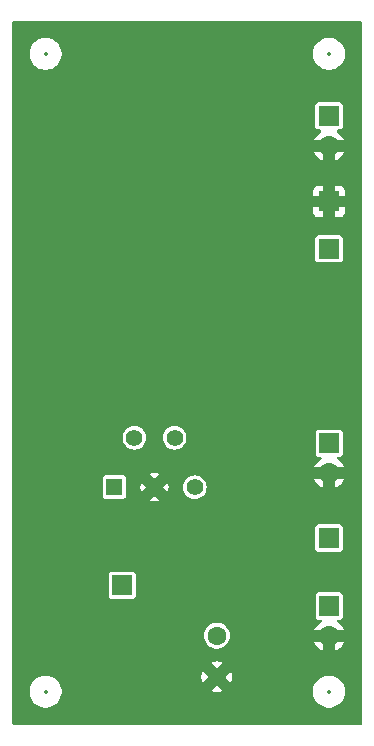
<source format=gbl>
%TF.GenerationSoftware,KiCad,Pcbnew,8.0.2*%
%TF.CreationDate,2024-06-04T16:14:46-04:00*%
%TF.ProjectId,Power Supply,506f7765-7220-4537-9570-706c792e6b69,rev?*%
%TF.SameCoordinates,Original*%
%TF.FileFunction,Copper,L2,Bot*%
%TF.FilePolarity,Positive*%
%FSLAX46Y46*%
G04 Gerber Fmt 4.6, Leading zero omitted, Abs format (unit mm)*
G04 Created by KiCad (PCBNEW 8.0.2) date 2024-06-04 16:14:46*
%MOMM*%
%LPD*%
G01*
G04 APERTURE LIST*
%TA.AperFunction,ComponentPad*%
%ADD10C,1.600000*%
%TD*%
%TA.AperFunction,ComponentPad*%
%ADD11R,1.700000X1.700000*%
%TD*%
%TA.AperFunction,ComponentPad*%
%ADD12O,1.700000X1.700000*%
%TD*%
%TA.AperFunction,ComponentPad*%
%ADD13C,1.397000*%
%TD*%
%TA.AperFunction,ComponentPad*%
%ADD14R,1.397000X1.397000*%
%TD*%
%TA.AperFunction,ViaPad*%
%ADD15C,0.600000*%
%TD*%
%ADD16C,0.300000*%
%ADD17C,0.350000*%
G04 APERTURE END LIST*
D10*
%TO.P,C1,2*%
%TO.N,GND*%
X156500000Y-114250000D03*
%TO.P,C1,1*%
%TO.N,VCC*%
X156500000Y-110750000D03*
%TD*%
D11*
%TO.P,Div,1,Pin_1*%
%TO.N,/Div_1*%
X166000000Y-102500000D03*
%TD*%
D12*
%TO.P,5V,2,Pin_2*%
%TO.N,GND*%
X166025000Y-97000000D03*
D11*
%TO.P,5V,1,Pin_1*%
%TO.N,+5V*%
X166025000Y-94460000D03*
%TD*%
D12*
%TO.P,J3,2,Pin_2*%
%TO.N,GND*%
X166025000Y-110790000D03*
D11*
%TO.P,J3,1,Pin_1*%
%TO.N,VCC*%
X166025000Y-108250000D03*
%TD*%
%TO.P,Div,1,Pin_1*%
%TO.N,/Div_2*%
X166000000Y-78000000D03*
%TD*%
D12*
%TO.P,3.3V,2,Pin_2*%
%TO.N,GND*%
X166000000Y-69290000D03*
D11*
%TO.P,3.3V,1,Pin_1*%
%TO.N,+3.3V*%
X166000000Y-66750000D03*
%TD*%
D13*
%TO.P,U1,5,SENSE/ADJ*%
%TO.N,/Div_1*%
X154630400Y-98191000D03*
%TO.P,U1,4,OUT*%
%TO.N,+5V*%
X152928600Y-94000000D03*
%TO.P,U1,3,GND*%
%TO.N,GND*%
X151226800Y-98191000D03*
%TO.P,U1,2,IN*%
%TO.N,+6V*%
X149525000Y-94000000D03*
D14*
%TO.P,U1,1,\u002ASHDN*%
X147823200Y-98191000D03*
%TD*%
D11*
%TO.P,+6,1,Pin_1*%
%TO.N,+6V*%
X148500000Y-106500000D03*
%TD*%
%TO.P,GND,1,Pin_1*%
%TO.N,GND*%
X166000000Y-74000000D03*
%TD*%
D15*
%TO.N,GND*%
X163500000Y-113000000D03*
X168000000Y-93500000D03*
X168000000Y-92000000D03*
X140000000Y-91000000D03*
X140000000Y-97000000D03*
X140000000Y-95000000D03*
X166500000Y-113000000D03*
X155000000Y-113000000D03*
X159500000Y-111500000D03*
X160500000Y-111500000D03*
X161500000Y-111500000D03*
X166000000Y-117500000D03*
X164000000Y-115500000D03*
X168000000Y-115500000D03*
X165500000Y-113500000D03*
X164500000Y-111000000D03*
X168000000Y-101000000D03*
X168000000Y-102000000D03*
X168000000Y-103000000D03*
X168000000Y-104000000D03*
X168000000Y-107500000D03*
X168000000Y-108500000D03*
X168000000Y-109500000D03*
X168000000Y-110500000D03*
X168000000Y-111500000D03*
X168000000Y-113000000D03*
X152000000Y-106500000D03*
X150500000Y-108000000D03*
X140000000Y-71500000D03*
X140000000Y-72500000D03*
X140000000Y-74000000D03*
X140000000Y-75500000D03*
X140000000Y-77000000D03*
X140000000Y-78500000D03*
X140000000Y-80000000D03*
X140000000Y-81500000D03*
X140000000Y-83000000D03*
X140000000Y-84500000D03*
X140000000Y-86000000D03*
X140000000Y-87500000D03*
X140000000Y-89000000D03*
X152000000Y-97000000D03*
X156000000Y-97000000D03*
X154500000Y-96500000D03*
X153000000Y-98500000D03*
X153000000Y-99500000D03*
X150000000Y-100000000D03*
X150000000Y-96500000D03*
X151000000Y-96000000D03*
X151500000Y-95000000D03*
X153000000Y-97000000D03*
X157000000Y-79500000D03*
X155500000Y-78000000D03*
X151000000Y-70500000D03*
X150000000Y-70500000D03*
X151000000Y-68000000D03*
X150000000Y-68000000D03*
X159000000Y-64000000D03*
X157500000Y-64000000D03*
X156000000Y-64000000D03*
X154500000Y-64000000D03*
X152500000Y-64500000D03*
X144500000Y-67000000D03*
X143000000Y-68500000D03*
X141500000Y-70000000D03*
X149000000Y-74000000D03*
X149000000Y-72500000D03*
X154000000Y-72000000D03*
X158500000Y-76000000D03*
X160000000Y-79000000D03*
X161500000Y-79000000D03*
X163000000Y-79000000D03*
X162500000Y-113000000D03*
X164400000Y-112400000D03*
X159900000Y-76400000D03*
X164400000Y-74900000D03*
X147900000Y-59900000D03*
X164400000Y-80900000D03*
X143400000Y-67400000D03*
X164400000Y-71900000D03*
X149400000Y-113900000D03*
X162900000Y-116900000D03*
X152400000Y-115400000D03*
X164400000Y-73400000D03*
X149400000Y-115400000D03*
X162900000Y-89900000D03*
X159900000Y-62900000D03*
X149400000Y-74900000D03*
X164400000Y-83900000D03*
X155400000Y-80900000D03*
X164400000Y-76400000D03*
X164400000Y-70400000D03*
X161400000Y-62900000D03*
X162900000Y-103400000D03*
X161400000Y-71900000D03*
X162900000Y-97400000D03*
X149400000Y-73400000D03*
X150900000Y-79400000D03*
X162900000Y-88400000D03*
X147900000Y-79400000D03*
X162900000Y-113900000D03*
X156900000Y-83900000D03*
X150900000Y-104900000D03*
X162900000Y-104900000D03*
X140400000Y-112400000D03*
X149400000Y-83900000D03*
X164400000Y-62900000D03*
X162900000Y-95900000D03*
X162900000Y-115400000D03*
X153900000Y-79400000D03*
X164400000Y-68900000D03*
X164400000Y-59900000D03*
X149400000Y-85400000D03*
X146400000Y-80900000D03*
X152400000Y-80900000D03*
X161400000Y-86900000D03*
X150900000Y-82400000D03*
X152400000Y-83900000D03*
X156900000Y-95900000D03*
X162900000Y-73400000D03*
X152400000Y-85400000D03*
X152400000Y-86900000D03*
X149400000Y-76400000D03*
X165900000Y-100400000D03*
X149400000Y-86900000D03*
X165900000Y-85400000D03*
X147900000Y-83900000D03*
X150900000Y-61400000D03*
X147900000Y-112400000D03*
X147900000Y-113900000D03*
X152400000Y-95900000D03*
X152400000Y-100400000D03*
X162900000Y-59900000D03*
X152400000Y-101900000D03*
X150900000Y-113900000D03*
X146400000Y-115400000D03*
X150900000Y-59900000D03*
X143400000Y-92900000D03*
X152400000Y-104900000D03*
X152400000Y-112400000D03*
X147900000Y-85400000D03*
X149400000Y-80900000D03*
X156900000Y-98900000D03*
X149400000Y-82400000D03*
X147900000Y-82400000D03*
X161400000Y-112400000D03*
X140400000Y-104900000D03*
X149400000Y-112400000D03*
X150900000Y-85400000D03*
X162900000Y-83900000D03*
X162900000Y-76400000D03*
X150900000Y-101900000D03*
X152400000Y-59900000D03*
X152400000Y-61400000D03*
X150900000Y-80900000D03*
X152400000Y-103400000D03*
X149400000Y-61400000D03*
X149400000Y-71900000D03*
X165900000Y-83900000D03*
X147900000Y-80900000D03*
X156900000Y-62900000D03*
X152400000Y-82400000D03*
X150900000Y-116900000D03*
X147900000Y-86900000D03*
X147900000Y-116900000D03*
X149400000Y-77900000D03*
X149400000Y-79400000D03*
X140400000Y-100400000D03*
X149400000Y-116900000D03*
X150900000Y-77900000D03*
X150900000Y-83900000D03*
X150900000Y-86900000D03*
X144900000Y-115400000D03*
X150900000Y-103400000D03*
X161400000Y-85400000D03*
X150900000Y-106400000D03*
X153900000Y-103400000D03*
X150900000Y-112400000D03*
X158400000Y-86900000D03*
X152400000Y-76400000D03*
X152400000Y-77900000D03*
X149400000Y-59900000D03*
X150900000Y-100400000D03*
X162900000Y-68900000D03*
X146400000Y-77900000D03*
X152400000Y-62900000D03*
X159900000Y-116900000D03*
X150900000Y-115400000D03*
X152400000Y-79400000D03*
X147900000Y-115400000D03*
X150900000Y-76400000D03*
X152400000Y-113900000D03*
X153900000Y-62900000D03*
X153900000Y-61400000D03*
X152400000Y-116900000D03*
X153900000Y-59900000D03*
X146400000Y-79400000D03*
X153900000Y-83900000D03*
X143400000Y-116900000D03*
X153900000Y-77900000D03*
X156900000Y-86900000D03*
X153900000Y-80900000D03*
X159900000Y-59900000D03*
X153900000Y-82400000D03*
X159900000Y-104900000D03*
X167400000Y-104900000D03*
X159900000Y-112400000D03*
X155400000Y-88400000D03*
X164400000Y-95900000D03*
X153900000Y-85400000D03*
X161400000Y-80900000D03*
X140400000Y-92900000D03*
X161400000Y-82400000D03*
X159900000Y-89900000D03*
X164400000Y-85400000D03*
X140400000Y-103400000D03*
X161400000Y-61400000D03*
X155400000Y-83900000D03*
X161400000Y-83900000D03*
X146400000Y-116900000D03*
X161400000Y-88400000D03*
X161400000Y-113900000D03*
X144900000Y-116900000D03*
X161400000Y-115400000D03*
X162900000Y-61400000D03*
X167400000Y-62900000D03*
X162900000Y-62900000D03*
X155400000Y-101900000D03*
X161400000Y-104900000D03*
X147900000Y-77900000D03*
X159900000Y-83900000D03*
X159900000Y-98900000D03*
X161400000Y-59900000D03*
X158400000Y-62900000D03*
X161400000Y-89900000D03*
X167400000Y-113900000D03*
X161400000Y-76400000D03*
X159900000Y-115400000D03*
X159900000Y-101900000D03*
X161400000Y-73400000D03*
X161400000Y-103400000D03*
X144900000Y-61400000D03*
X159900000Y-103400000D03*
X165900000Y-82400000D03*
X161400000Y-74900000D03*
X161400000Y-116900000D03*
X165900000Y-89900000D03*
X159900000Y-113900000D03*
X164400000Y-103400000D03*
X162900000Y-85400000D03*
X162900000Y-70400000D03*
X167400000Y-82400000D03*
X140400000Y-62900000D03*
X162900000Y-86900000D03*
X162900000Y-74900000D03*
X162900000Y-82400000D03*
X164400000Y-86900000D03*
X162900000Y-80900000D03*
X146400000Y-59900000D03*
X162900000Y-71900000D03*
X165900000Y-80900000D03*
X164400000Y-113900000D03*
X167400000Y-59900000D03*
X153900000Y-116900000D03*
X164400000Y-88400000D03*
X165900000Y-88400000D03*
X164400000Y-104900000D03*
X141900000Y-98900000D03*
X164400000Y-100400000D03*
X164400000Y-116900000D03*
X158400000Y-104900000D03*
X167400000Y-83900000D03*
X144900000Y-59900000D03*
X165900000Y-104900000D03*
X164400000Y-82400000D03*
X167400000Y-112400000D03*
X167400000Y-86900000D03*
X164400000Y-97400000D03*
X146400000Y-82400000D03*
X164400000Y-89900000D03*
X165900000Y-71900000D03*
X165900000Y-112400000D03*
X167400000Y-88400000D03*
X159900000Y-80900000D03*
X167400000Y-116900000D03*
X167400000Y-100400000D03*
X165900000Y-76400000D03*
X165900000Y-86900000D03*
X167400000Y-89900000D03*
X167400000Y-85400000D03*
X167400000Y-80900000D03*
X167400000Y-106400000D03*
X141900000Y-104900000D03*
X153900000Y-100400000D03*
X144900000Y-92900000D03*
X146400000Y-64400000D03*
X144900000Y-62900000D03*
X140400000Y-110900000D03*
X140400000Y-67400000D03*
X140400000Y-59900000D03*
X159900000Y-86900000D03*
X141900000Y-64400000D03*
X141900000Y-107900000D03*
X153900000Y-113900000D03*
X140400000Y-70400000D03*
X140400000Y-106400000D03*
X140400000Y-109400000D03*
X140400000Y-65900000D03*
X156900000Y-103400000D03*
X143400000Y-59900000D03*
X158400000Y-83900000D03*
X143400000Y-65900000D03*
X143400000Y-98900000D03*
X156900000Y-88400000D03*
X141900000Y-100400000D03*
X141900000Y-92900000D03*
X146400000Y-61400000D03*
X146400000Y-83900000D03*
X140400000Y-64400000D03*
X156900000Y-82400000D03*
X153900000Y-86900000D03*
X140400000Y-98900000D03*
X141900000Y-68900000D03*
X141900000Y-103400000D03*
X156900000Y-59900000D03*
X140400000Y-68900000D03*
X158400000Y-61400000D03*
X140400000Y-107900000D03*
X140400000Y-113900000D03*
X143400000Y-64400000D03*
X141900000Y-65900000D03*
X156900000Y-104900000D03*
X144900000Y-64400000D03*
X141900000Y-67400000D03*
X141900000Y-101900000D03*
X140400000Y-116900000D03*
X141900000Y-106400000D03*
X143400000Y-113900000D03*
X146400000Y-62900000D03*
X144900000Y-113900000D03*
X146400000Y-65900000D03*
X140400000Y-101900000D03*
X144900000Y-65900000D03*
X143400000Y-62900000D03*
X146400000Y-85400000D03*
X146400000Y-112400000D03*
X146400000Y-113900000D03*
X146400000Y-86900000D03*
X153900000Y-101900000D03*
X146400000Y-92900000D03*
X147900000Y-61400000D03*
X155400000Y-86900000D03*
X158400000Y-85400000D03*
X155400000Y-59900000D03*
X158400000Y-89900000D03*
X158400000Y-103400000D03*
X153900000Y-115400000D03*
X155400000Y-116900000D03*
X156900000Y-61400000D03*
X156900000Y-80900000D03*
X156900000Y-85400000D03*
X153900000Y-95900000D03*
X155400000Y-61400000D03*
X158400000Y-59900000D03*
X158400000Y-80900000D03*
X158400000Y-82400000D03*
X158400000Y-112400000D03*
X155400000Y-85400000D03*
X156900000Y-89900000D03*
X158400000Y-113900000D03*
X158400000Y-115400000D03*
X158400000Y-116900000D03*
X153900000Y-112400000D03*
X155400000Y-79400000D03*
X156900000Y-97400000D03*
X155400000Y-95900000D03*
X156900000Y-116900000D03*
X155400000Y-103400000D03*
X158400000Y-88400000D03*
X153900000Y-104900000D03*
X155400000Y-82400000D03*
X156900000Y-101900000D03*
X158400000Y-74900000D03*
X155400000Y-62900000D03*
X155400000Y-104900000D03*
X159900000Y-85400000D03*
X159900000Y-82400000D03*
X159900000Y-88400000D03*
X159900000Y-61400000D03*
X159900000Y-74900000D03*
%TD*%
%TA.AperFunction,Conductor*%
%TO.N,GND*%
G36*
X168742539Y-58720185D02*
G01*
X168788294Y-58772989D01*
X168799500Y-58824500D01*
X168799500Y-118175500D01*
X168779815Y-118242539D01*
X168727011Y-118288294D01*
X168675500Y-118299500D01*
X139324500Y-118299500D01*
X139257461Y-118279815D01*
X139211706Y-118227011D01*
X139200500Y-118175500D01*
X139200500Y-115393399D01*
X140645500Y-115393399D01*
X140645500Y-115606600D01*
X140678853Y-115817180D01*
X140678853Y-115817183D01*
X140744734Y-116019944D01*
X140744736Y-116019947D01*
X140841528Y-116209913D01*
X140966846Y-116382397D01*
X141117603Y-116533154D01*
X141290087Y-116658472D01*
X141480053Y-116755264D01*
X141480055Y-116755265D01*
X141669182Y-116816715D01*
X141682821Y-116821147D01*
X141893399Y-116854500D01*
X141893400Y-116854500D01*
X142106600Y-116854500D01*
X142106601Y-116854500D01*
X142317179Y-116821147D01*
X142317182Y-116821146D01*
X142317183Y-116821146D01*
X142519944Y-116755265D01*
X142519944Y-116755264D01*
X142519947Y-116755264D01*
X142709913Y-116658472D01*
X142882397Y-116533154D01*
X143033154Y-116382397D01*
X143158472Y-116209913D01*
X143255264Y-116019947D01*
X143321147Y-115817179D01*
X143354500Y-115606601D01*
X143354500Y-115453103D01*
X156004002Y-115453103D01*
X156053673Y-115476265D01*
X156053682Y-115476269D01*
X156273389Y-115535139D01*
X156273400Y-115535141D01*
X156499998Y-115554966D01*
X156500002Y-115554966D01*
X156726599Y-115535141D01*
X156726606Y-115535140D01*
X156946328Y-115476265D01*
X156995997Y-115453103D01*
X156936293Y-115393399D01*
X164645500Y-115393399D01*
X164645500Y-115606600D01*
X164678853Y-115817180D01*
X164678853Y-115817183D01*
X164744734Y-116019944D01*
X164744736Y-116019947D01*
X164841528Y-116209913D01*
X164966846Y-116382397D01*
X165117603Y-116533154D01*
X165290087Y-116658472D01*
X165480053Y-116755264D01*
X165480055Y-116755265D01*
X165669182Y-116816715D01*
X165682821Y-116821147D01*
X165893399Y-116854500D01*
X165893400Y-116854500D01*
X166106600Y-116854500D01*
X166106601Y-116854500D01*
X166317179Y-116821147D01*
X166317182Y-116821146D01*
X166317183Y-116821146D01*
X166519944Y-116755265D01*
X166519944Y-116755264D01*
X166519947Y-116755264D01*
X166709913Y-116658472D01*
X166882397Y-116533154D01*
X167033154Y-116382397D01*
X167158472Y-116209913D01*
X167255264Y-116019947D01*
X167321147Y-115817179D01*
X167354500Y-115606601D01*
X167354500Y-115393399D01*
X167321147Y-115182821D01*
X167321146Y-115182817D01*
X167321146Y-115182816D01*
X167255265Y-114980055D01*
X167255263Y-114980052D01*
X167158471Y-114790086D01*
X167126438Y-114745997D01*
X167033154Y-114617603D01*
X166882397Y-114466846D01*
X166709913Y-114341528D01*
X166519947Y-114244736D01*
X166519944Y-114244734D01*
X166317181Y-114178853D01*
X166176793Y-114156617D01*
X166106601Y-114145500D01*
X165893399Y-114145500D01*
X165823206Y-114156617D01*
X165682819Y-114178853D01*
X165682816Y-114178853D01*
X165480055Y-114244734D01*
X165480052Y-114244736D01*
X165290086Y-114341528D01*
X165117601Y-114466847D01*
X164966847Y-114617601D01*
X164841528Y-114790086D01*
X164744736Y-114980052D01*
X164744734Y-114980055D01*
X164678853Y-115182816D01*
X164678853Y-115182819D01*
X164645500Y-115393399D01*
X156936293Y-115393399D01*
X156500001Y-114957107D01*
X156500000Y-114957107D01*
X156004002Y-115453103D01*
X143354500Y-115453103D01*
X143354500Y-115393399D01*
X143321147Y-115182821D01*
X143321146Y-115182817D01*
X143321146Y-115182816D01*
X143255265Y-114980055D01*
X143255263Y-114980052D01*
X143158471Y-114790086D01*
X143126438Y-114745997D01*
X143033154Y-114617603D01*
X142882397Y-114466846D01*
X142709913Y-114341528D01*
X142530272Y-114249997D01*
X155195034Y-114249997D01*
X155195034Y-114250002D01*
X155214858Y-114476599D01*
X155214860Y-114476610D01*
X155273731Y-114696320D01*
X155296895Y-114745996D01*
X155792893Y-114250000D01*
X155792893Y-114249999D01*
X155740233Y-114197339D01*
X156100000Y-114197339D01*
X156100000Y-114302661D01*
X156127259Y-114404394D01*
X156179920Y-114495606D01*
X156254394Y-114570080D01*
X156345606Y-114622741D01*
X156447339Y-114650000D01*
X156552661Y-114650000D01*
X156654394Y-114622741D01*
X156745606Y-114570080D01*
X156820080Y-114495606D01*
X156872741Y-114404394D01*
X156900000Y-114302661D01*
X156900000Y-114249999D01*
X157207107Y-114249999D01*
X157207107Y-114250001D01*
X157703103Y-114745997D01*
X157726265Y-114696328D01*
X157785140Y-114476606D01*
X157785141Y-114476599D01*
X157804966Y-114250002D01*
X157804966Y-114249997D01*
X157785141Y-114023400D01*
X157785139Y-114023389D01*
X157726269Y-113803682D01*
X157726265Y-113803673D01*
X157703103Y-113754002D01*
X157207107Y-114249999D01*
X156900000Y-114249999D01*
X156900000Y-114197339D01*
X156872741Y-114095606D01*
X156820080Y-114004394D01*
X156745606Y-113929920D01*
X156654394Y-113877259D01*
X156552661Y-113850000D01*
X156447339Y-113850000D01*
X156345606Y-113877259D01*
X156254394Y-113929920D01*
X156179920Y-114004394D01*
X156127259Y-114095606D01*
X156100000Y-114197339D01*
X155740233Y-114197339D01*
X155296895Y-113754002D01*
X155273731Y-113803677D01*
X155214860Y-114023389D01*
X155214858Y-114023400D01*
X155195034Y-114249997D01*
X142530272Y-114249997D01*
X142519947Y-114244736D01*
X142519944Y-114244734D01*
X142317181Y-114178853D01*
X142176793Y-114156617D01*
X142106601Y-114145500D01*
X141893399Y-114145500D01*
X141823206Y-114156617D01*
X141682819Y-114178853D01*
X141682816Y-114178853D01*
X141480055Y-114244734D01*
X141480052Y-114244736D01*
X141290086Y-114341528D01*
X141117601Y-114466847D01*
X140966847Y-114617601D01*
X140841528Y-114790086D01*
X140744736Y-114980052D01*
X140744734Y-114980055D01*
X140678853Y-115182816D01*
X140678853Y-115182819D01*
X140645500Y-115393399D01*
X139200500Y-115393399D01*
X139200500Y-113046895D01*
X156004002Y-113046895D01*
X156500000Y-113542893D01*
X156500001Y-113542893D01*
X156995996Y-113046895D01*
X156946320Y-113023731D01*
X156726610Y-112964860D01*
X156726599Y-112964858D01*
X156500002Y-112945034D01*
X156499998Y-112945034D01*
X156273400Y-112964858D01*
X156273389Y-112964860D01*
X156053677Y-113023731D01*
X156004002Y-113046895D01*
X139200500Y-113046895D01*
X139200500Y-110749999D01*
X155394785Y-110749999D01*
X155394785Y-110750000D01*
X155413602Y-110953082D01*
X155469417Y-111149247D01*
X155469422Y-111149260D01*
X155560327Y-111331821D01*
X155683237Y-111494581D01*
X155833958Y-111631980D01*
X155833960Y-111631982D01*
X155933141Y-111693392D01*
X156007363Y-111739348D01*
X156197544Y-111813024D01*
X156398024Y-111850500D01*
X156398026Y-111850500D01*
X156601974Y-111850500D01*
X156601976Y-111850500D01*
X156802456Y-111813024D01*
X156992637Y-111739348D01*
X157166041Y-111631981D01*
X157316764Y-111494579D01*
X157439673Y-111331821D01*
X157460497Y-111290000D01*
X164768593Y-111290000D01*
X164851398Y-111467576D01*
X164986894Y-111661082D01*
X165153917Y-111828105D01*
X165347422Y-111963600D01*
X165347424Y-111963601D01*
X165524999Y-112046405D01*
X165525000Y-112046405D01*
X166525000Y-112046405D01*
X166702575Y-111963601D01*
X166702577Y-111963600D01*
X166896082Y-111828105D01*
X167063105Y-111661082D01*
X167198601Y-111467576D01*
X167281406Y-111290000D01*
X166525000Y-111290000D01*
X166525000Y-112046405D01*
X165525000Y-112046405D01*
X165525000Y-111290000D01*
X164768593Y-111290000D01*
X157460497Y-111290000D01*
X157530582Y-111149250D01*
X157586397Y-110953083D01*
X157605215Y-110750000D01*
X157586397Y-110546917D01*
X157530582Y-110350750D01*
X157500332Y-110289999D01*
X164768594Y-110289999D01*
X164768594Y-110290000D01*
X165959174Y-110290000D01*
X165832007Y-110324075D01*
X165717993Y-110389901D01*
X165624901Y-110482993D01*
X165559075Y-110597007D01*
X165525000Y-110724174D01*
X165525000Y-110855826D01*
X165559075Y-110982993D01*
X165624901Y-111097007D01*
X165717993Y-111190099D01*
X165832007Y-111255925D01*
X165959174Y-111290000D01*
X166090826Y-111290000D01*
X166217993Y-111255925D01*
X166332007Y-111190099D01*
X166425099Y-111097007D01*
X166490925Y-110982993D01*
X166525000Y-110855826D01*
X166525000Y-110724174D01*
X166490925Y-110597007D01*
X166425099Y-110482993D01*
X166332007Y-110389901D01*
X166217993Y-110324075D01*
X166090826Y-110290000D01*
X167281406Y-110290000D01*
X167281405Y-110289999D01*
X167198599Y-110112421D01*
X167198597Y-110112417D01*
X167063113Y-109918926D01*
X167063108Y-109918920D01*
X166896082Y-109751894D01*
X166716394Y-109626074D01*
X166672769Y-109571496D01*
X166665577Y-109501998D01*
X166697099Y-109439643D01*
X166757329Y-109404230D01*
X166787517Y-109400499D01*
X166919864Y-109400499D01*
X166919879Y-109400497D01*
X166919882Y-109400497D01*
X166944987Y-109397586D01*
X166944988Y-109397585D01*
X166944991Y-109397585D01*
X167047765Y-109352206D01*
X167127206Y-109272765D01*
X167172585Y-109169991D01*
X167175500Y-109144865D01*
X167175499Y-107355136D01*
X167175497Y-107355117D01*
X167172586Y-107330012D01*
X167172585Y-107330010D01*
X167172585Y-107330009D01*
X167127206Y-107227235D01*
X167047765Y-107147794D01*
X167047763Y-107147793D01*
X166944992Y-107102415D01*
X166919865Y-107099500D01*
X165130143Y-107099500D01*
X165130117Y-107099502D01*
X165105012Y-107102413D01*
X165105008Y-107102415D01*
X165002235Y-107147793D01*
X164922794Y-107227234D01*
X164877415Y-107330006D01*
X164877415Y-107330008D01*
X164874500Y-107355131D01*
X164874500Y-109144856D01*
X164874502Y-109144882D01*
X164877413Y-109169987D01*
X164877415Y-109169991D01*
X164922793Y-109272764D01*
X164922794Y-109272765D01*
X165002235Y-109352206D01*
X165105009Y-109397585D01*
X165130135Y-109400500D01*
X165262483Y-109400499D01*
X165329520Y-109420183D01*
X165375275Y-109472987D01*
X165385219Y-109542145D01*
X165356195Y-109605701D01*
X165333605Y-109626074D01*
X165153922Y-109751890D01*
X165153920Y-109751891D01*
X164986891Y-109918920D01*
X164986886Y-109918926D01*
X164851402Y-110112417D01*
X164851400Y-110112421D01*
X164768594Y-110289999D01*
X157500332Y-110289999D01*
X157439673Y-110168179D01*
X157316764Y-110005421D01*
X157316762Y-110005418D01*
X157166041Y-109868019D01*
X157166039Y-109868017D01*
X156992642Y-109760655D01*
X156992635Y-109760651D01*
X156897546Y-109723814D01*
X156802456Y-109686976D01*
X156601976Y-109649500D01*
X156398024Y-109649500D01*
X156197544Y-109686976D01*
X156197541Y-109686976D01*
X156197541Y-109686977D01*
X156007364Y-109760651D01*
X156007357Y-109760655D01*
X155833960Y-109868017D01*
X155833958Y-109868019D01*
X155683237Y-110005418D01*
X155560327Y-110168178D01*
X155469422Y-110350739D01*
X155469417Y-110350752D01*
X155413602Y-110546917D01*
X155394785Y-110749999D01*
X139200500Y-110749999D01*
X139200500Y-105605131D01*
X147349500Y-105605131D01*
X147349500Y-107394856D01*
X147349502Y-107394882D01*
X147352413Y-107419987D01*
X147352415Y-107419991D01*
X147397793Y-107522764D01*
X147397794Y-107522765D01*
X147477235Y-107602206D01*
X147580009Y-107647585D01*
X147605135Y-107650500D01*
X149394864Y-107650499D01*
X149394879Y-107650497D01*
X149394882Y-107650497D01*
X149419987Y-107647586D01*
X149419988Y-107647585D01*
X149419991Y-107647585D01*
X149522765Y-107602206D01*
X149602206Y-107522765D01*
X149647585Y-107419991D01*
X149650500Y-107394865D01*
X149650499Y-105605136D01*
X149650497Y-105605117D01*
X149647586Y-105580012D01*
X149647585Y-105580010D01*
X149647585Y-105580009D01*
X149602206Y-105477235D01*
X149522765Y-105397794D01*
X149522763Y-105397793D01*
X149419992Y-105352415D01*
X149394865Y-105349500D01*
X147605143Y-105349500D01*
X147605117Y-105349502D01*
X147580012Y-105352413D01*
X147580008Y-105352415D01*
X147477235Y-105397793D01*
X147397794Y-105477234D01*
X147352415Y-105580006D01*
X147352415Y-105580008D01*
X147349500Y-105605131D01*
X139200500Y-105605131D01*
X139200500Y-101605131D01*
X164849500Y-101605131D01*
X164849500Y-103394856D01*
X164849502Y-103394882D01*
X164852413Y-103419987D01*
X164852415Y-103419991D01*
X164897793Y-103522764D01*
X164897794Y-103522765D01*
X164977235Y-103602206D01*
X165080009Y-103647585D01*
X165105135Y-103650500D01*
X166894864Y-103650499D01*
X166894879Y-103650497D01*
X166894882Y-103650497D01*
X166919987Y-103647586D01*
X166919988Y-103647585D01*
X166919991Y-103647585D01*
X167022765Y-103602206D01*
X167102206Y-103522765D01*
X167147585Y-103419991D01*
X167150500Y-103394865D01*
X167150499Y-101605136D01*
X167150497Y-101605117D01*
X167147586Y-101580012D01*
X167147585Y-101580010D01*
X167147585Y-101580009D01*
X167102206Y-101477235D01*
X167022765Y-101397794D01*
X167022763Y-101397793D01*
X166919992Y-101352415D01*
X166894865Y-101349500D01*
X165105143Y-101349500D01*
X165105117Y-101349502D01*
X165080012Y-101352413D01*
X165080008Y-101352415D01*
X164977235Y-101397793D01*
X164897794Y-101477234D01*
X164852415Y-101580006D01*
X164852415Y-101580008D01*
X164849500Y-101605131D01*
X139200500Y-101605131D01*
X139200500Y-99314845D01*
X150810058Y-99314845D01*
X150897412Y-99348685D01*
X151115745Y-99389500D01*
X151337855Y-99389500D01*
X151556188Y-99348685D01*
X151556189Y-99348685D01*
X151643540Y-99314845D01*
X151223331Y-98894636D01*
X151210150Y-98903443D01*
X151207115Y-98913781D01*
X151190481Y-98934423D01*
X150810058Y-99314845D01*
X139200500Y-99314845D01*
X139200500Y-97447631D01*
X146824200Y-97447631D01*
X146824200Y-98934356D01*
X146824202Y-98934382D01*
X146827113Y-98959487D01*
X146827115Y-98959491D01*
X146872493Y-99062264D01*
X146872494Y-99062265D01*
X146951935Y-99141706D01*
X147054709Y-99187085D01*
X147079835Y-99190000D01*
X148566564Y-99189999D01*
X148566579Y-99189997D01*
X148566582Y-99189997D01*
X148591687Y-99187086D01*
X148591688Y-99187085D01*
X148591691Y-99187085D01*
X148694465Y-99141706D01*
X148773906Y-99062265D01*
X148819285Y-98959491D01*
X148822200Y-98934365D01*
X148822199Y-98190999D01*
X150023166Y-98190999D01*
X150023166Y-98191000D01*
X150043659Y-98412166D01*
X150043660Y-98412169D01*
X150100113Y-98610580D01*
X150519692Y-98191000D01*
X150519693Y-98190999D01*
X150464518Y-98135824D01*
X150807700Y-98135824D01*
X150807700Y-98246176D01*
X150836261Y-98352766D01*
X150891437Y-98448333D01*
X150969467Y-98526363D01*
X151065034Y-98581539D01*
X151171624Y-98610100D01*
X151281976Y-98610100D01*
X151388566Y-98581539D01*
X151484133Y-98526363D01*
X151562163Y-98448333D01*
X151617339Y-98352766D01*
X151645900Y-98246176D01*
X151645900Y-98187531D01*
X151930436Y-98187531D01*
X152353485Y-98610580D01*
X152353486Y-98610580D01*
X152409939Y-98412168D01*
X152409940Y-98412166D01*
X152430434Y-98191000D01*
X153626566Y-98191000D01*
X153645853Y-98386836D01*
X153653538Y-98412169D01*
X153702978Y-98575151D01*
X153795743Y-98748700D01*
X153795745Y-98748702D01*
X153920581Y-98900818D01*
X153961458Y-98934364D01*
X154072700Y-99025657D01*
X154246249Y-99118422D01*
X154434562Y-99175546D01*
X154630400Y-99194834D01*
X154826238Y-99175546D01*
X155014551Y-99118422D01*
X155188100Y-99025657D01*
X155340218Y-98900818D01*
X155465057Y-98748700D01*
X155557822Y-98575151D01*
X155614946Y-98386838D01*
X155634234Y-98191000D01*
X155614946Y-97995162D01*
X155557822Y-97806849D01*
X155465057Y-97633300D01*
X155415622Y-97573063D01*
X155355662Y-97500000D01*
X164768593Y-97500000D01*
X164851398Y-97677576D01*
X164986894Y-97871082D01*
X165153917Y-98038105D01*
X165347422Y-98173600D01*
X165347424Y-98173601D01*
X165524999Y-98256405D01*
X165525000Y-98256405D01*
X166525000Y-98256405D01*
X166702575Y-98173601D01*
X166702577Y-98173600D01*
X166896082Y-98038105D01*
X167063105Y-97871082D01*
X167198601Y-97677576D01*
X167281406Y-97500000D01*
X166525000Y-97500000D01*
X166525000Y-98256405D01*
X165525000Y-98256405D01*
X165525000Y-97500000D01*
X164768593Y-97500000D01*
X155355662Y-97500000D01*
X155340218Y-97481181D01*
X155188102Y-97356345D01*
X155188103Y-97356345D01*
X155188100Y-97356343D01*
X155014551Y-97263578D01*
X154920394Y-97235016D01*
X154826236Y-97206453D01*
X154630400Y-97187166D01*
X154434563Y-97206453D01*
X154246246Y-97263579D01*
X154165000Y-97307007D01*
X154072700Y-97356343D01*
X154072698Y-97356344D01*
X154072697Y-97356345D01*
X153920581Y-97481181D01*
X153795745Y-97633297D01*
X153702979Y-97806846D01*
X153645853Y-97995163D01*
X153626566Y-98191000D01*
X152430434Y-98191000D01*
X152430434Y-98190999D01*
X152409940Y-97969833D01*
X152409939Y-97969831D01*
X152353486Y-97771418D01*
X152353485Y-97771418D01*
X151970224Y-98154681D01*
X151942139Y-98170016D01*
X151930436Y-98187531D01*
X151645900Y-98187531D01*
X151645900Y-98135824D01*
X151617339Y-98029234D01*
X151562163Y-97933667D01*
X151484133Y-97855637D01*
X151388566Y-97800461D01*
X151281976Y-97771900D01*
X151171624Y-97771900D01*
X151065034Y-97800461D01*
X150969467Y-97855637D01*
X150891437Y-97933667D01*
X150836261Y-98029234D01*
X150807700Y-98135824D01*
X150464518Y-98135824D01*
X150100113Y-97771419D01*
X150043659Y-97969837D01*
X150023166Y-98190999D01*
X148822199Y-98190999D01*
X148822199Y-97447636D01*
X148822197Y-97447617D01*
X148819286Y-97422512D01*
X148819285Y-97422510D01*
X148819285Y-97422509D01*
X148773906Y-97319735D01*
X148694465Y-97240294D01*
X148694463Y-97240293D01*
X148591692Y-97194915D01*
X148566565Y-97192000D01*
X147079843Y-97192000D01*
X147079817Y-97192002D01*
X147054712Y-97194913D01*
X147054708Y-97194915D01*
X146951935Y-97240293D01*
X146872494Y-97319734D01*
X146827115Y-97422506D01*
X146827115Y-97422508D01*
X146824200Y-97447631D01*
X139200500Y-97447631D01*
X139200500Y-97067152D01*
X150810059Y-97067152D01*
X150810059Y-97067153D01*
X151226799Y-97483893D01*
X151226800Y-97483893D01*
X151226800Y-97483892D01*
X151643540Y-97067152D01*
X151556194Y-97033315D01*
X151337855Y-96992500D01*
X151115745Y-96992500D01*
X150897408Y-97033314D01*
X150897405Y-97033315D01*
X150810059Y-97067152D01*
X139200500Y-97067152D01*
X139200500Y-96499999D01*
X164768594Y-96499999D01*
X164768594Y-96500000D01*
X165959174Y-96500000D01*
X165832007Y-96534075D01*
X165717993Y-96599901D01*
X165624901Y-96692993D01*
X165559075Y-96807007D01*
X165525000Y-96934174D01*
X165525000Y-97065826D01*
X165559075Y-97192993D01*
X165624901Y-97307007D01*
X165717993Y-97400099D01*
X165832007Y-97465925D01*
X165959174Y-97500000D01*
X166090826Y-97500000D01*
X166217993Y-97465925D01*
X166332007Y-97400099D01*
X166425099Y-97307007D01*
X166490925Y-97192993D01*
X166525000Y-97065826D01*
X166525000Y-96934174D01*
X166490925Y-96807007D01*
X166425099Y-96692993D01*
X166332007Y-96599901D01*
X166217993Y-96534075D01*
X166090826Y-96500000D01*
X167281406Y-96500000D01*
X167281405Y-96499999D01*
X167198599Y-96322421D01*
X167198597Y-96322417D01*
X167063113Y-96128926D01*
X167063108Y-96128920D01*
X166896082Y-95961894D01*
X166716394Y-95836074D01*
X166672769Y-95781496D01*
X166665577Y-95711998D01*
X166697099Y-95649643D01*
X166757329Y-95614230D01*
X166787517Y-95610499D01*
X166919864Y-95610499D01*
X166919879Y-95610497D01*
X166919882Y-95610497D01*
X166944987Y-95607586D01*
X166944988Y-95607585D01*
X166944991Y-95607585D01*
X167047765Y-95562206D01*
X167127206Y-95482765D01*
X167172585Y-95379991D01*
X167175500Y-95354865D01*
X167175499Y-93565136D01*
X167175497Y-93565117D01*
X167172586Y-93540012D01*
X167172585Y-93540010D01*
X167172585Y-93540009D01*
X167127206Y-93437235D01*
X167047765Y-93357794D01*
X167047763Y-93357793D01*
X166944992Y-93312415D01*
X166919865Y-93309500D01*
X165130143Y-93309500D01*
X165130117Y-93309502D01*
X165105012Y-93312413D01*
X165105008Y-93312415D01*
X165002235Y-93357793D01*
X164922794Y-93437234D01*
X164877415Y-93540006D01*
X164877415Y-93540008D01*
X164874500Y-93565131D01*
X164874500Y-95354856D01*
X164874502Y-95354882D01*
X164877413Y-95379987D01*
X164877415Y-95379991D01*
X164922793Y-95482764D01*
X164922794Y-95482765D01*
X165002235Y-95562206D01*
X165105009Y-95607585D01*
X165130135Y-95610500D01*
X165262483Y-95610499D01*
X165329520Y-95630183D01*
X165375275Y-95682987D01*
X165385219Y-95752145D01*
X165356195Y-95815701D01*
X165333605Y-95836074D01*
X165153922Y-95961890D01*
X165153920Y-95961891D01*
X164986891Y-96128920D01*
X164986886Y-96128926D01*
X164851402Y-96322417D01*
X164851400Y-96322421D01*
X164768594Y-96499999D01*
X139200500Y-96499999D01*
X139200500Y-94000000D01*
X148521166Y-94000000D01*
X148540453Y-94195836D01*
X148540454Y-94195838D01*
X148597578Y-94384151D01*
X148690343Y-94557700D01*
X148690345Y-94557702D01*
X148815181Y-94709818D01*
X148907063Y-94785222D01*
X148967300Y-94834657D01*
X149140849Y-94927422D01*
X149329162Y-94984546D01*
X149525000Y-95003834D01*
X149720838Y-94984546D01*
X149909151Y-94927422D01*
X150082700Y-94834657D01*
X150234818Y-94709818D01*
X150359657Y-94557700D01*
X150452422Y-94384151D01*
X150509546Y-94195838D01*
X150528834Y-94000000D01*
X151924766Y-94000000D01*
X151944053Y-94195836D01*
X151944054Y-94195838D01*
X152001178Y-94384151D01*
X152093943Y-94557700D01*
X152093945Y-94557702D01*
X152218781Y-94709818D01*
X152310663Y-94785222D01*
X152370900Y-94834657D01*
X152544449Y-94927422D01*
X152732762Y-94984546D01*
X152928600Y-95003834D01*
X153124438Y-94984546D01*
X153312751Y-94927422D01*
X153486300Y-94834657D01*
X153638418Y-94709818D01*
X153763257Y-94557700D01*
X153856022Y-94384151D01*
X153913146Y-94195838D01*
X153932434Y-94000000D01*
X153913146Y-93804162D01*
X153856022Y-93615849D01*
X153763257Y-93442300D01*
X153693905Y-93357794D01*
X153638418Y-93290181D01*
X153486302Y-93165345D01*
X153486303Y-93165345D01*
X153486300Y-93165343D01*
X153312751Y-93072578D01*
X153218594Y-93044016D01*
X153124436Y-93015453D01*
X152928600Y-92996166D01*
X152732763Y-93015453D01*
X152544446Y-93072579D01*
X152439700Y-93128568D01*
X152370900Y-93165343D01*
X152370898Y-93165344D01*
X152370897Y-93165345D01*
X152218781Y-93290181D01*
X152093945Y-93442297D01*
X152001179Y-93615846D01*
X151944053Y-93804163D01*
X151924766Y-94000000D01*
X150528834Y-94000000D01*
X150509546Y-93804162D01*
X150452422Y-93615849D01*
X150359657Y-93442300D01*
X150290305Y-93357794D01*
X150234818Y-93290181D01*
X150082702Y-93165345D01*
X150082703Y-93165345D01*
X150082700Y-93165343D01*
X149909151Y-93072578D01*
X149814994Y-93044016D01*
X149720836Y-93015453D01*
X149525000Y-92996166D01*
X149329163Y-93015453D01*
X149140846Y-93072579D01*
X149036100Y-93128568D01*
X148967300Y-93165343D01*
X148967298Y-93165344D01*
X148967297Y-93165345D01*
X148815181Y-93290181D01*
X148690345Y-93442297D01*
X148597579Y-93615846D01*
X148540453Y-93804163D01*
X148521166Y-94000000D01*
X139200500Y-94000000D01*
X139200500Y-77105131D01*
X164849500Y-77105131D01*
X164849500Y-78894856D01*
X164849502Y-78894882D01*
X164852413Y-78919987D01*
X164852415Y-78919991D01*
X164897793Y-79022764D01*
X164897794Y-79022765D01*
X164977235Y-79102206D01*
X165080009Y-79147585D01*
X165105135Y-79150500D01*
X166894864Y-79150499D01*
X166894879Y-79150497D01*
X166894882Y-79150497D01*
X166919987Y-79147586D01*
X166919988Y-79147585D01*
X166919991Y-79147585D01*
X167022765Y-79102206D01*
X167102206Y-79022765D01*
X167147585Y-78919991D01*
X167150500Y-78894865D01*
X167150499Y-77105136D01*
X167150497Y-77105117D01*
X167147586Y-77080012D01*
X167147585Y-77080010D01*
X167147585Y-77080009D01*
X167102206Y-76977235D01*
X167022765Y-76897794D01*
X167022763Y-76897793D01*
X166919992Y-76852415D01*
X166894865Y-76849500D01*
X165105143Y-76849500D01*
X165105117Y-76849502D01*
X165080012Y-76852413D01*
X165080008Y-76852415D01*
X164977235Y-76897793D01*
X164897794Y-76977234D01*
X164852415Y-77080006D01*
X164852415Y-77080008D01*
X164849500Y-77105131D01*
X139200500Y-77105131D01*
X139200500Y-74897844D01*
X164650000Y-74897844D01*
X164656401Y-74957372D01*
X164656403Y-74957379D01*
X164706645Y-75092086D01*
X164706649Y-75092093D01*
X164792809Y-75207187D01*
X164792812Y-75207190D01*
X164907906Y-75293350D01*
X164907913Y-75293354D01*
X165042620Y-75343596D01*
X165042627Y-75343598D01*
X165102155Y-75349999D01*
X165102172Y-75350000D01*
X165500000Y-75350000D01*
X166500000Y-75350000D01*
X166897828Y-75350000D01*
X166897844Y-75349999D01*
X166957372Y-75343598D01*
X166957379Y-75343596D01*
X167092086Y-75293354D01*
X167092093Y-75293350D01*
X167207187Y-75207190D01*
X167207190Y-75207187D01*
X167293350Y-75092093D01*
X167293354Y-75092086D01*
X167343596Y-74957379D01*
X167343598Y-74957372D01*
X167349999Y-74897844D01*
X167350000Y-74897827D01*
X167350000Y-74500000D01*
X166500000Y-74500000D01*
X166500000Y-75350000D01*
X165500000Y-75350000D01*
X165500000Y-74500000D01*
X164650000Y-74500000D01*
X164650000Y-74897844D01*
X139200500Y-74897844D01*
X139200500Y-73934174D01*
X165500000Y-73934174D01*
X165500000Y-74065826D01*
X165534075Y-74192993D01*
X165599901Y-74307007D01*
X165692993Y-74400099D01*
X165807007Y-74465925D01*
X165934174Y-74500000D01*
X166065826Y-74500000D01*
X166192993Y-74465925D01*
X166307007Y-74400099D01*
X166400099Y-74307007D01*
X166465925Y-74192993D01*
X166500000Y-74065826D01*
X166500000Y-73934174D01*
X166465925Y-73807007D01*
X166400099Y-73692993D01*
X166307007Y-73599901D01*
X166192993Y-73534075D01*
X166065826Y-73500000D01*
X166500000Y-73500000D01*
X167350000Y-73500000D01*
X167350000Y-73102172D01*
X167349999Y-73102155D01*
X167343598Y-73042627D01*
X167343596Y-73042620D01*
X167293354Y-72907913D01*
X167293350Y-72907906D01*
X167207190Y-72792812D01*
X167207187Y-72792809D01*
X167092093Y-72706649D01*
X167092086Y-72706645D01*
X166957379Y-72656403D01*
X166957372Y-72656401D01*
X166897844Y-72650000D01*
X166500000Y-72650000D01*
X166500000Y-73500000D01*
X166065826Y-73500000D01*
X165934174Y-73500000D01*
X165807007Y-73534075D01*
X165692993Y-73599901D01*
X165599901Y-73692993D01*
X165534075Y-73807007D01*
X165500000Y-73934174D01*
X139200500Y-73934174D01*
X139200500Y-73102155D01*
X164650000Y-73102155D01*
X164650000Y-73500000D01*
X165500000Y-73500000D01*
X165500000Y-72650000D01*
X165102155Y-72650000D01*
X165042627Y-72656401D01*
X165042620Y-72656403D01*
X164907913Y-72706645D01*
X164907906Y-72706649D01*
X164792812Y-72792809D01*
X164792809Y-72792812D01*
X164706649Y-72907906D01*
X164706645Y-72907913D01*
X164656403Y-73042620D01*
X164656401Y-73042627D01*
X164650000Y-73102155D01*
X139200500Y-73102155D01*
X139200500Y-69790000D01*
X164743593Y-69790000D01*
X164826398Y-69967576D01*
X164961894Y-70161082D01*
X165128917Y-70328105D01*
X165322422Y-70463600D01*
X165322424Y-70463601D01*
X165499999Y-70546405D01*
X165500000Y-70546405D01*
X166500000Y-70546405D01*
X166677575Y-70463601D01*
X166677577Y-70463600D01*
X166871082Y-70328105D01*
X167038105Y-70161082D01*
X167173601Y-69967576D01*
X167256406Y-69790000D01*
X166500000Y-69790000D01*
X166500000Y-70546405D01*
X165500000Y-70546405D01*
X165500000Y-69790000D01*
X164743593Y-69790000D01*
X139200500Y-69790000D01*
X139200500Y-68789999D01*
X164743594Y-68789999D01*
X164743594Y-68790000D01*
X165934174Y-68790000D01*
X165807007Y-68824075D01*
X165692993Y-68889901D01*
X165599901Y-68982993D01*
X165534075Y-69097007D01*
X165500000Y-69224174D01*
X165500000Y-69355826D01*
X165534075Y-69482993D01*
X165599901Y-69597007D01*
X165692993Y-69690099D01*
X165807007Y-69755925D01*
X165934174Y-69790000D01*
X166065826Y-69790000D01*
X166192993Y-69755925D01*
X166307007Y-69690099D01*
X166400099Y-69597007D01*
X166465925Y-69482993D01*
X166500000Y-69355826D01*
X166500000Y-69224174D01*
X166465925Y-69097007D01*
X166400099Y-68982993D01*
X166307007Y-68889901D01*
X166192993Y-68824075D01*
X166065826Y-68790000D01*
X167256406Y-68790000D01*
X167256405Y-68789999D01*
X167173599Y-68612421D01*
X167173597Y-68612417D01*
X167038113Y-68418926D01*
X167038108Y-68418920D01*
X166871082Y-68251894D01*
X166691394Y-68126074D01*
X166647769Y-68071496D01*
X166640577Y-68001998D01*
X166672099Y-67939643D01*
X166732329Y-67904230D01*
X166762517Y-67900499D01*
X166894864Y-67900499D01*
X166894879Y-67900497D01*
X166894882Y-67900497D01*
X166919987Y-67897586D01*
X166919988Y-67897585D01*
X166919991Y-67897585D01*
X167022765Y-67852206D01*
X167102206Y-67772765D01*
X167147585Y-67669991D01*
X167150500Y-67644865D01*
X167150499Y-65855136D01*
X167150497Y-65855117D01*
X167147586Y-65830012D01*
X167147585Y-65830010D01*
X167147585Y-65830009D01*
X167102206Y-65727235D01*
X167022765Y-65647794D01*
X167022763Y-65647793D01*
X166919992Y-65602415D01*
X166894865Y-65599500D01*
X165105143Y-65599500D01*
X165105117Y-65599502D01*
X165080012Y-65602413D01*
X165080008Y-65602415D01*
X164977235Y-65647793D01*
X164897794Y-65727234D01*
X164852415Y-65830006D01*
X164852415Y-65830008D01*
X164849500Y-65855131D01*
X164849500Y-67644856D01*
X164849502Y-67644882D01*
X164852413Y-67669987D01*
X164852415Y-67669991D01*
X164897793Y-67772764D01*
X164897794Y-67772765D01*
X164977235Y-67852206D01*
X165080009Y-67897585D01*
X165105135Y-67900500D01*
X165237483Y-67900499D01*
X165304520Y-67920183D01*
X165350275Y-67972987D01*
X165360219Y-68042145D01*
X165331195Y-68105701D01*
X165308605Y-68126074D01*
X165128922Y-68251890D01*
X165128920Y-68251891D01*
X164961891Y-68418920D01*
X164961886Y-68418926D01*
X164826402Y-68612417D01*
X164826400Y-68612421D01*
X164743594Y-68789999D01*
X139200500Y-68789999D01*
X139200500Y-61393399D01*
X140645500Y-61393399D01*
X140645500Y-61606600D01*
X140678853Y-61817180D01*
X140678853Y-61817183D01*
X140744734Y-62019944D01*
X140744736Y-62019947D01*
X140841528Y-62209913D01*
X140966846Y-62382397D01*
X141117603Y-62533154D01*
X141290087Y-62658472D01*
X141480053Y-62755264D01*
X141480055Y-62755265D01*
X141669182Y-62816715D01*
X141682821Y-62821147D01*
X141893399Y-62854500D01*
X141893400Y-62854500D01*
X142106600Y-62854500D01*
X142106601Y-62854500D01*
X142317179Y-62821147D01*
X142317182Y-62821146D01*
X142317183Y-62821146D01*
X142519944Y-62755265D01*
X142519944Y-62755264D01*
X142519947Y-62755264D01*
X142709913Y-62658472D01*
X142882397Y-62533154D01*
X143033154Y-62382397D01*
X143158472Y-62209913D01*
X143255264Y-62019947D01*
X143321147Y-61817179D01*
X143354500Y-61606601D01*
X143354500Y-61393399D01*
X164645500Y-61393399D01*
X164645500Y-61606600D01*
X164678853Y-61817180D01*
X164678853Y-61817183D01*
X164744734Y-62019944D01*
X164744736Y-62019947D01*
X164841528Y-62209913D01*
X164966846Y-62382397D01*
X165117603Y-62533154D01*
X165290087Y-62658472D01*
X165480053Y-62755264D01*
X165480055Y-62755265D01*
X165669182Y-62816715D01*
X165682821Y-62821147D01*
X165893399Y-62854500D01*
X165893400Y-62854500D01*
X166106600Y-62854500D01*
X166106601Y-62854500D01*
X166317179Y-62821147D01*
X166317182Y-62821146D01*
X166317183Y-62821146D01*
X166519944Y-62755265D01*
X166519944Y-62755264D01*
X166519947Y-62755264D01*
X166709913Y-62658472D01*
X166882397Y-62533154D01*
X167033154Y-62382397D01*
X167158472Y-62209913D01*
X167255264Y-62019947D01*
X167321147Y-61817179D01*
X167354500Y-61606601D01*
X167354500Y-61393399D01*
X167321147Y-61182821D01*
X167321146Y-61182817D01*
X167321146Y-61182816D01*
X167255265Y-60980055D01*
X167255263Y-60980052D01*
X167158471Y-60790086D01*
X167033154Y-60617603D01*
X166882397Y-60466846D01*
X166709913Y-60341528D01*
X166519947Y-60244736D01*
X166519944Y-60244734D01*
X166317181Y-60178853D01*
X166176793Y-60156617D01*
X166106601Y-60145500D01*
X165893399Y-60145500D01*
X165823206Y-60156617D01*
X165682819Y-60178853D01*
X165682816Y-60178853D01*
X165480055Y-60244734D01*
X165480052Y-60244736D01*
X165290086Y-60341528D01*
X165117601Y-60466847D01*
X164966847Y-60617601D01*
X164841528Y-60790086D01*
X164744736Y-60980052D01*
X164744734Y-60980055D01*
X164678853Y-61182816D01*
X164678853Y-61182819D01*
X164645500Y-61393399D01*
X143354500Y-61393399D01*
X143321147Y-61182821D01*
X143321146Y-61182817D01*
X143321146Y-61182816D01*
X143255265Y-60980055D01*
X143255263Y-60980052D01*
X143158471Y-60790086D01*
X143033154Y-60617603D01*
X142882397Y-60466846D01*
X142709913Y-60341528D01*
X142519947Y-60244736D01*
X142519944Y-60244734D01*
X142317181Y-60178853D01*
X142176793Y-60156617D01*
X142106601Y-60145500D01*
X141893399Y-60145500D01*
X141823206Y-60156617D01*
X141682819Y-60178853D01*
X141682816Y-60178853D01*
X141480055Y-60244734D01*
X141480052Y-60244736D01*
X141290086Y-60341528D01*
X141117601Y-60466847D01*
X140966847Y-60617601D01*
X140841528Y-60790086D01*
X140744736Y-60980052D01*
X140744734Y-60980055D01*
X140678853Y-61182816D01*
X140678853Y-61182819D01*
X140645500Y-61393399D01*
X139200500Y-61393399D01*
X139200500Y-58824500D01*
X139220185Y-58757461D01*
X139272989Y-58711706D01*
X139324500Y-58700500D01*
X168675500Y-58700500D01*
X168742539Y-58720185D01*
G37*
%TD.AperFunction*%
%TD*%
D16*
X163500000Y-113000000D03*
X168000000Y-93500000D03*
X168000000Y-92000000D03*
X140000000Y-91000000D03*
X140000000Y-97000000D03*
X140000000Y-95000000D03*
X166500000Y-113000000D03*
X155000000Y-113000000D03*
X159500000Y-111500000D03*
X160500000Y-111500000D03*
X161500000Y-111500000D03*
X166000000Y-117500000D03*
X164000000Y-115500000D03*
X168000000Y-115500000D03*
X165500000Y-113500000D03*
X164500000Y-111000000D03*
X168000000Y-101000000D03*
X168000000Y-102000000D03*
X168000000Y-103000000D03*
X168000000Y-104000000D03*
X168000000Y-107500000D03*
X168000000Y-108500000D03*
X168000000Y-109500000D03*
X168000000Y-110500000D03*
X168000000Y-111500000D03*
X168000000Y-113000000D03*
X152000000Y-106500000D03*
X150500000Y-108000000D03*
X140000000Y-71500000D03*
X140000000Y-72500000D03*
X140000000Y-74000000D03*
X140000000Y-75500000D03*
X140000000Y-77000000D03*
X140000000Y-78500000D03*
X140000000Y-80000000D03*
X140000000Y-81500000D03*
X140000000Y-83000000D03*
X140000000Y-84500000D03*
X140000000Y-86000000D03*
X140000000Y-87500000D03*
X140000000Y-89000000D03*
X152000000Y-97000000D03*
X156000000Y-97000000D03*
X154500000Y-96500000D03*
X153000000Y-98500000D03*
X153000000Y-99500000D03*
X150000000Y-100000000D03*
X150000000Y-96500000D03*
X151000000Y-96000000D03*
X151500000Y-95000000D03*
X153000000Y-97000000D03*
X157000000Y-79500000D03*
X155500000Y-78000000D03*
X151000000Y-70500000D03*
X150000000Y-70500000D03*
X151000000Y-68000000D03*
X150000000Y-68000000D03*
X159000000Y-64000000D03*
X157500000Y-64000000D03*
X156000000Y-64000000D03*
X154500000Y-64000000D03*
X152500000Y-64500000D03*
X144500000Y-67000000D03*
X143000000Y-68500000D03*
X141500000Y-70000000D03*
X149000000Y-74000000D03*
X149000000Y-72500000D03*
X154000000Y-72000000D03*
X158500000Y-76000000D03*
X160000000Y-79000000D03*
X161500000Y-79000000D03*
X163000000Y-79000000D03*
X162500000Y-113000000D03*
X164400000Y-112400000D03*
X159900000Y-76400000D03*
X164400000Y-74900000D03*
X147900000Y-59900000D03*
X164400000Y-80900000D03*
X143400000Y-67400000D03*
X164400000Y-71900000D03*
X149400000Y-113900000D03*
X162900000Y-116900000D03*
X152400000Y-115400000D03*
X164400000Y-73400000D03*
X149400000Y-115400000D03*
X162900000Y-89900000D03*
X159900000Y-62900000D03*
X149400000Y-74900000D03*
X164400000Y-83900000D03*
X155400000Y-80900000D03*
X164400000Y-76400000D03*
X164400000Y-70400000D03*
X161400000Y-62900000D03*
X162900000Y-103400000D03*
X161400000Y-71900000D03*
X162900000Y-97400000D03*
X149400000Y-73400000D03*
X150900000Y-79400000D03*
X162900000Y-88400000D03*
X147900000Y-79400000D03*
X162900000Y-113900000D03*
X156900000Y-83900000D03*
X150900000Y-104900000D03*
X162900000Y-104900000D03*
X140400000Y-112400000D03*
X149400000Y-83900000D03*
X164400000Y-62900000D03*
X162900000Y-95900000D03*
X162900000Y-115400000D03*
X153900000Y-79400000D03*
X164400000Y-68900000D03*
X164400000Y-59900000D03*
X149400000Y-85400000D03*
X146400000Y-80900000D03*
X152400000Y-80900000D03*
X161400000Y-86900000D03*
X150900000Y-82400000D03*
X152400000Y-83900000D03*
X156900000Y-95900000D03*
X162900000Y-73400000D03*
X152400000Y-85400000D03*
X152400000Y-86900000D03*
X149400000Y-76400000D03*
X165900000Y-100400000D03*
X149400000Y-86900000D03*
X165900000Y-85400000D03*
X147900000Y-83900000D03*
X150900000Y-61400000D03*
X147900000Y-112400000D03*
X147900000Y-113900000D03*
X152400000Y-95900000D03*
X152400000Y-100400000D03*
X162900000Y-59900000D03*
X152400000Y-101900000D03*
X150900000Y-113900000D03*
X146400000Y-115400000D03*
X150900000Y-59900000D03*
X143400000Y-92900000D03*
X152400000Y-104900000D03*
X152400000Y-112400000D03*
X147900000Y-85400000D03*
X149400000Y-80900000D03*
X156900000Y-98900000D03*
X149400000Y-82400000D03*
X147900000Y-82400000D03*
X161400000Y-112400000D03*
X140400000Y-104900000D03*
X149400000Y-112400000D03*
X150900000Y-85400000D03*
X162900000Y-83900000D03*
X162900000Y-76400000D03*
X150900000Y-101900000D03*
X152400000Y-59900000D03*
X152400000Y-61400000D03*
X150900000Y-80900000D03*
X152400000Y-103400000D03*
X149400000Y-61400000D03*
X149400000Y-71900000D03*
X165900000Y-83900000D03*
X147900000Y-80900000D03*
X156900000Y-62900000D03*
X152400000Y-82400000D03*
X150900000Y-116900000D03*
X147900000Y-86900000D03*
X147900000Y-116900000D03*
X149400000Y-77900000D03*
X149400000Y-79400000D03*
X140400000Y-100400000D03*
X149400000Y-116900000D03*
X150900000Y-77900000D03*
X150900000Y-83900000D03*
X150900000Y-86900000D03*
X144900000Y-115400000D03*
X150900000Y-103400000D03*
X161400000Y-85400000D03*
X150900000Y-106400000D03*
X153900000Y-103400000D03*
X150900000Y-112400000D03*
X158400000Y-86900000D03*
X152400000Y-76400000D03*
X152400000Y-77900000D03*
X149400000Y-59900000D03*
X150900000Y-100400000D03*
X162900000Y-68900000D03*
X146400000Y-77900000D03*
X152400000Y-62900000D03*
X159900000Y-116900000D03*
X150900000Y-115400000D03*
X152400000Y-79400000D03*
X147900000Y-115400000D03*
X150900000Y-76400000D03*
X152400000Y-113900000D03*
X153900000Y-62900000D03*
X153900000Y-61400000D03*
X152400000Y-116900000D03*
X153900000Y-59900000D03*
X146400000Y-79400000D03*
X153900000Y-83900000D03*
X143400000Y-116900000D03*
X153900000Y-77900000D03*
X156900000Y-86900000D03*
X153900000Y-80900000D03*
X159900000Y-59900000D03*
X153900000Y-82400000D03*
X159900000Y-104900000D03*
X167400000Y-104900000D03*
X159900000Y-112400000D03*
X155400000Y-88400000D03*
X164400000Y-95900000D03*
X153900000Y-85400000D03*
X161400000Y-80900000D03*
X140400000Y-92900000D03*
X161400000Y-82400000D03*
X159900000Y-89900000D03*
X164400000Y-85400000D03*
X140400000Y-103400000D03*
X161400000Y-61400000D03*
X155400000Y-83900000D03*
X161400000Y-83900000D03*
X146400000Y-116900000D03*
X161400000Y-88400000D03*
X161400000Y-113900000D03*
X144900000Y-116900000D03*
X161400000Y-115400000D03*
X162900000Y-61400000D03*
X167400000Y-62900000D03*
X162900000Y-62900000D03*
X155400000Y-101900000D03*
X161400000Y-104900000D03*
X147900000Y-77900000D03*
X159900000Y-83900000D03*
X159900000Y-98900000D03*
X161400000Y-59900000D03*
X158400000Y-62900000D03*
X161400000Y-89900000D03*
X167400000Y-113900000D03*
X161400000Y-76400000D03*
X159900000Y-115400000D03*
X159900000Y-101900000D03*
X161400000Y-73400000D03*
X161400000Y-103400000D03*
X144900000Y-61400000D03*
X159900000Y-103400000D03*
X165900000Y-82400000D03*
X161400000Y-74900000D03*
X161400000Y-116900000D03*
X165900000Y-89900000D03*
X159900000Y-113900000D03*
X164400000Y-103400000D03*
X162900000Y-85400000D03*
X162900000Y-70400000D03*
X167400000Y-82400000D03*
X140400000Y-62900000D03*
X162900000Y-86900000D03*
X162900000Y-74900000D03*
X162900000Y-82400000D03*
X164400000Y-86900000D03*
X162900000Y-80900000D03*
X146400000Y-59900000D03*
X162900000Y-71900000D03*
X165900000Y-80900000D03*
X164400000Y-113900000D03*
X167400000Y-59900000D03*
X153900000Y-116900000D03*
X164400000Y-88400000D03*
X165900000Y-88400000D03*
X164400000Y-104900000D03*
X141900000Y-98900000D03*
X164400000Y-100400000D03*
X164400000Y-116900000D03*
X158400000Y-104900000D03*
X167400000Y-83900000D03*
X144900000Y-59900000D03*
X165900000Y-104900000D03*
X164400000Y-82400000D03*
X167400000Y-112400000D03*
X167400000Y-86900000D03*
X164400000Y-97400000D03*
X146400000Y-82400000D03*
X164400000Y-89900000D03*
X165900000Y-71900000D03*
X165900000Y-112400000D03*
X167400000Y-88400000D03*
X159900000Y-80900000D03*
X167400000Y-116900000D03*
X167400000Y-100400000D03*
X165900000Y-76400000D03*
X165900000Y-86900000D03*
X167400000Y-89900000D03*
X167400000Y-85400000D03*
X167400000Y-80900000D03*
X167400000Y-106400000D03*
X141900000Y-104900000D03*
X153900000Y-100400000D03*
X144900000Y-92900000D03*
X146400000Y-64400000D03*
X144900000Y-62900000D03*
X140400000Y-110900000D03*
X140400000Y-67400000D03*
X140400000Y-59900000D03*
X159900000Y-86900000D03*
X141900000Y-64400000D03*
X141900000Y-107900000D03*
X153900000Y-113900000D03*
X140400000Y-70400000D03*
X140400000Y-106400000D03*
X140400000Y-109400000D03*
X140400000Y-65900000D03*
X156900000Y-103400000D03*
X143400000Y-59900000D03*
X158400000Y-83900000D03*
X143400000Y-65900000D03*
X143400000Y-98900000D03*
X156900000Y-88400000D03*
X141900000Y-100400000D03*
X141900000Y-92900000D03*
X146400000Y-61400000D03*
X146400000Y-83900000D03*
X140400000Y-64400000D03*
X156900000Y-82400000D03*
X153900000Y-86900000D03*
X140400000Y-98900000D03*
X141900000Y-68900000D03*
X141900000Y-103400000D03*
X156900000Y-59900000D03*
X140400000Y-68900000D03*
X158400000Y-61400000D03*
X140400000Y-107900000D03*
X140400000Y-113900000D03*
X143400000Y-64400000D03*
X141900000Y-65900000D03*
X156900000Y-104900000D03*
X144900000Y-64400000D03*
X141900000Y-67400000D03*
X141900000Y-101900000D03*
X140400000Y-116900000D03*
X141900000Y-106400000D03*
X143400000Y-113900000D03*
X146400000Y-62900000D03*
X144900000Y-113900000D03*
X146400000Y-65900000D03*
X140400000Y-101900000D03*
X144900000Y-65900000D03*
X143400000Y-62900000D03*
X146400000Y-85400000D03*
X146400000Y-112400000D03*
X146400000Y-113900000D03*
X146400000Y-86900000D03*
X153900000Y-101900000D03*
X146400000Y-92900000D03*
X147900000Y-61400000D03*
X155400000Y-86900000D03*
X158400000Y-85400000D03*
X155400000Y-59900000D03*
X158400000Y-89900000D03*
X158400000Y-103400000D03*
X153900000Y-115400000D03*
X155400000Y-116900000D03*
X156900000Y-61400000D03*
X156900000Y-80900000D03*
X156900000Y-85400000D03*
X153900000Y-95900000D03*
X155400000Y-61400000D03*
X158400000Y-59900000D03*
X158400000Y-80900000D03*
X158400000Y-82400000D03*
X158400000Y-112400000D03*
X155400000Y-85400000D03*
X156900000Y-89900000D03*
X158400000Y-113900000D03*
X158400000Y-115400000D03*
X158400000Y-116900000D03*
X153900000Y-112400000D03*
X155400000Y-79400000D03*
X156900000Y-97400000D03*
X155400000Y-95900000D03*
X156900000Y-116900000D03*
X155400000Y-103400000D03*
X158400000Y-88400000D03*
X153900000Y-104900000D03*
X155400000Y-82400000D03*
X156900000Y-101900000D03*
X158400000Y-74900000D03*
X155400000Y-62900000D03*
X155400000Y-104900000D03*
X159900000Y-85400000D03*
X159900000Y-82400000D03*
X159900000Y-88400000D03*
X159900000Y-61400000D03*
X159900000Y-74900000D03*
D17*
X142000000Y-115500000D03*
X156500000Y-114250000D03*
X156500000Y-110750000D03*
X166000000Y-102500000D03*
X166000000Y-115500000D03*
X166025000Y-97000000D03*
X166025000Y-94460000D03*
X166025000Y-110790000D03*
X166025000Y-108250000D03*
X166000000Y-78000000D03*
X166000000Y-69290000D03*
X166000000Y-66750000D03*
X142000000Y-61500000D03*
X154630400Y-98191000D03*
X152928600Y-94000000D03*
X151226800Y-98191000D03*
X149525000Y-94000000D03*
X147823200Y-98191000D03*
X166000000Y-61500000D03*
X148500000Y-106500000D03*
X166000000Y-74000000D03*
M02*

</source>
